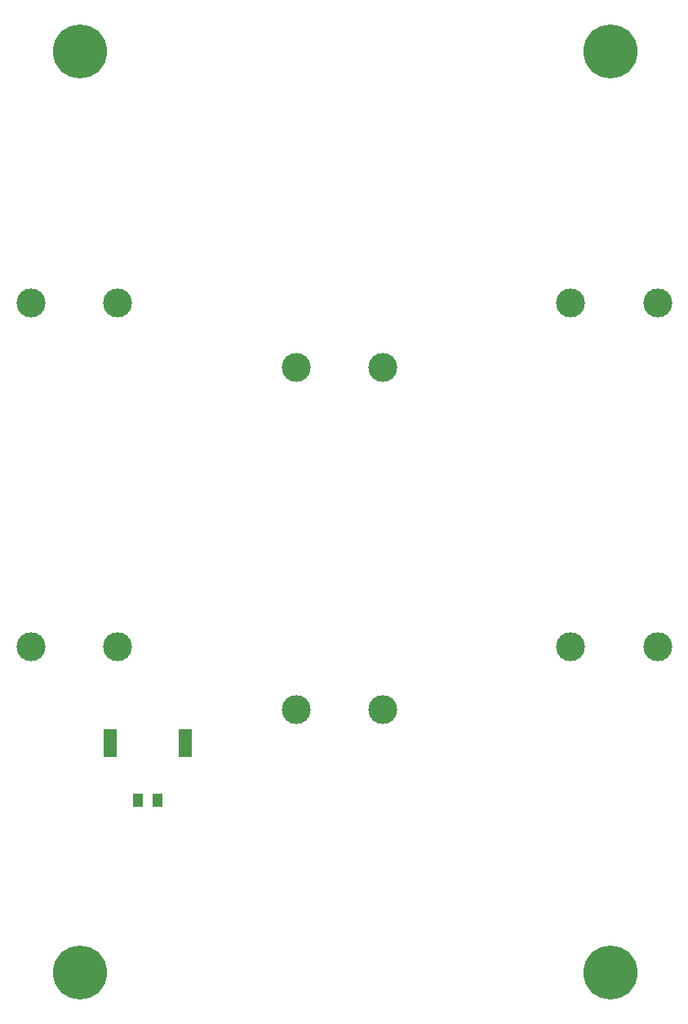
<source format=gbs>
G04 #@! TF.GenerationSoftware,KiCad,Pcbnew,7.0.1-0*
G04 #@! TF.CreationDate,2023-03-19T01:56:14-04:00*
G04 #@! TF.ProjectId,solar-cell-pcbs-usb,736f6c61-722d-4636-956c-6c2d70636273,3*
G04 #@! TF.SameCoordinates,Original*
G04 #@! TF.FileFunction,Soldermask,Bot*
G04 #@! TF.FilePolarity,Negative*
%FSLAX46Y46*%
G04 Gerber Fmt 4.6, Leading zero omitted, Abs format (unit mm)*
G04 Created by KiCad (PCBNEW 7.0.1-0) date 2023-03-19 01:56:14*
%MOMM*%
%LPD*%
G01*
G04 APERTURE LIST*
%ADD10C,5.600000*%
%ADD11C,3.000000*%
%ADD12R,1.100000X1.450000*%
%ADD13R,1.350000X2.899999*%
G04 APERTURE END LIST*
D10*
X84600000Y-42750000D03*
D11*
X79500000Y-104500000D03*
X88500000Y-104500000D03*
X144500000Y-104500000D03*
X135500000Y-104500000D03*
D10*
X139600000Y-138250000D03*
D11*
X107000000Y-75500000D03*
X116000000Y-75500000D03*
X107000000Y-111000000D03*
X116000000Y-111000000D03*
D10*
X84600000Y-138250000D03*
D11*
X79500000Y-68800000D03*
X88500000Y-68800000D03*
D10*
X139600000Y-42750000D03*
D11*
X135500000Y-68800000D03*
X144500000Y-68800000D03*
D12*
X90605000Y-120420000D03*
X92605001Y-120420000D03*
D13*
X87710002Y-114445001D03*
X95499997Y-114445001D03*
M02*

</source>
